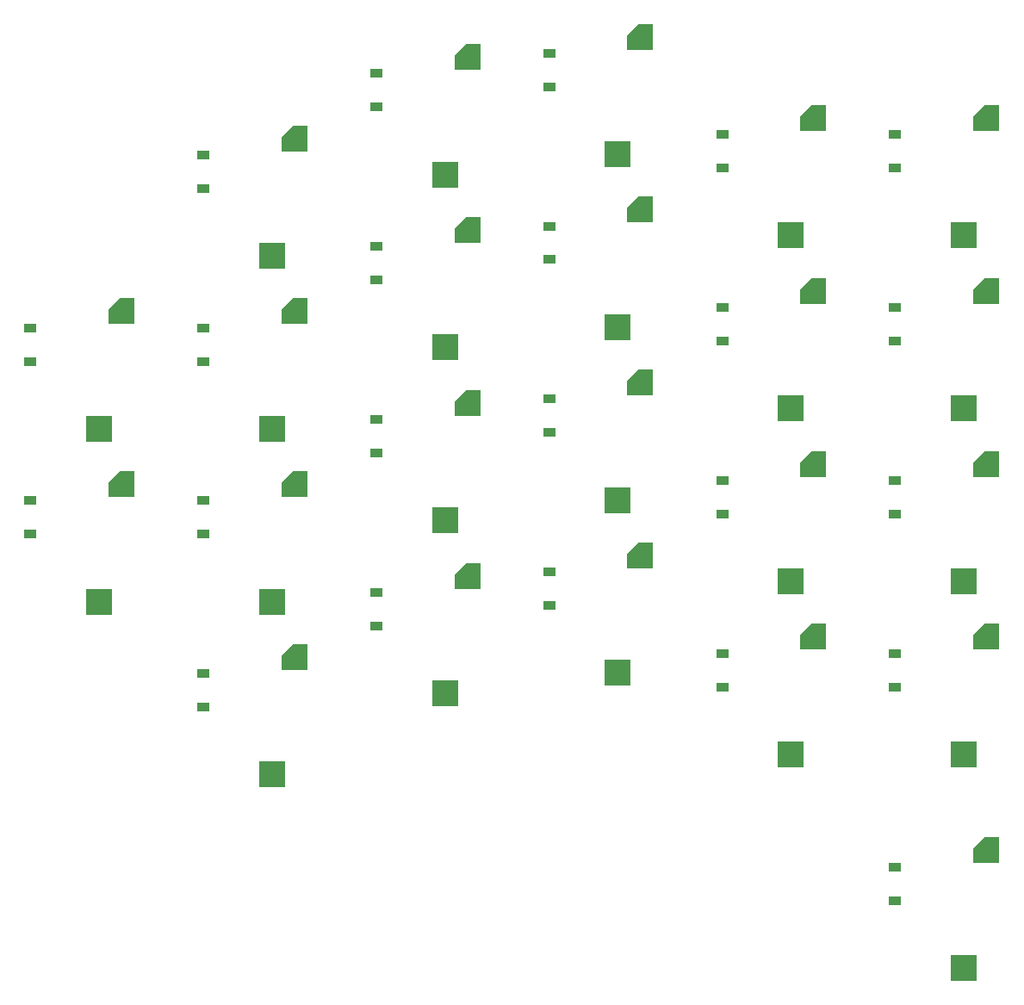
<source format=gbp>
%TF.GenerationSoftware,KiCad,Pcbnew,9.0.2*%
%TF.CreationDate,2025-05-25T15:47:58+02:00*%
%TF.ProjectId,kicad,6b696361-642e-46b6-9963-61645f706362,rev?*%
%TF.SameCoordinates,Original*%
%TF.FileFunction,Paste,Bot*%
%TF.FilePolarity,Positive*%
%FSLAX46Y46*%
G04 Gerber Fmt 4.6, Leading zero omitted, Abs format (unit mm)*
G04 Created by KiCad (PCBNEW 9.0.2) date 2025-05-25 15:47:58*
%MOMM*%
%LPD*%
G01*
G04 APERTURE LIST*
G04 Aperture macros list*
%AMOutline5P*
0 Free polygon, 5 corners , with rotation*
0 The origin of the aperture is its center*
0 number of corners: always 5*
0 $1 to $10 corner X, Y*
0 $11 Rotation angle, in degrees counterclockwise*
0 create outline with 5 corners*
4,1,5,$1,$2,$3,$4,$5,$6,$7,$8,$9,$10,$1,$2,$11*%
%AMOutline6P*
0 Free polygon, 6 corners , with rotation*
0 The origin of the aperture is its center*
0 number of corners: always 6*
0 $1 to $12 corner X, Y*
0 $13 Rotation angle, in degrees counterclockwise*
0 create outline with 6 corners*
4,1,6,$1,$2,$3,$4,$5,$6,$7,$8,$9,$10,$11,$12,$1,$2,$13*%
%AMOutline7P*
0 Free polygon, 7 corners , with rotation*
0 The origin of the aperture is its center*
0 number of corners: always 7*
0 $1 to $14 corner X, Y*
0 $15 Rotation angle, in degrees counterclockwise*
0 create outline with 7 corners*
4,1,7,$1,$2,$3,$4,$5,$6,$7,$8,$9,$10,$11,$12,$13,$14,$1,$2,$15*%
%AMOutline8P*
0 Free polygon, 8 corners , with rotation*
0 The origin of the aperture is its center*
0 number of corners: always 8*
0 $1 to $16 corner X, Y*
0 $17 Rotation angle, in degrees counterclockwise*
0 create outline with 8 corners*
4,1,8,$1,$2,$3,$4,$5,$6,$7,$8,$9,$10,$11,$12,$13,$14,$15,$16,$1,$2,$17*%
G04 Aperture macros list end*
%ADD10Outline5P,-1.300000X1.300000X1.300000X1.300000X1.300000X-1.300000X-0.117000X-1.300000X-1.300000X-0.117000X270.000000*%
%ADD11R,2.600000X2.600000*%
%ADD12R,1.200000X0.900000*%
G04 APERTURE END LIST*
D10*
%TO.C,S1*%
X26450000Y-64725000D03*
D11*
X24250000Y-76275000D03*
%TD*%
D10*
%TO.C,S2*%
X26450000Y-47725000D03*
D11*
X24250000Y-59275000D03*
%TD*%
D10*
%TO.C,S3*%
X43450000Y-81725000D03*
D11*
X41250000Y-93275000D03*
%TD*%
D10*
%TO.C,S4*%
X43450000Y-64725000D03*
D11*
X41250000Y-76275000D03*
%TD*%
D10*
%TO.C,S5*%
X43450000Y-47725000D03*
D11*
X41250000Y-59275000D03*
%TD*%
D10*
%TO.C,S6*%
X43450000Y-30725000D03*
D11*
X41250000Y-42275000D03*
%TD*%
D10*
%TO.C,S7*%
X60450000Y-73725000D03*
D11*
X58250000Y-85275000D03*
%TD*%
D10*
%TO.C,S8*%
X60450000Y-56725000D03*
D11*
X58250000Y-68275000D03*
%TD*%
D10*
%TO.C,S9*%
X60450000Y-39725000D03*
D11*
X58250000Y-51275000D03*
%TD*%
D10*
%TO.C,S10*%
X60450000Y-22725000D03*
D11*
X58250000Y-34275000D03*
%TD*%
D10*
%TO.C,S11*%
X77450000Y-71725000D03*
D11*
X75250000Y-83275000D03*
%TD*%
D10*
%TO.C,S12*%
X77450000Y-54725000D03*
D11*
X75250000Y-66275000D03*
%TD*%
D10*
%TO.C,S13*%
X77450000Y-37725000D03*
D11*
X75250000Y-49275000D03*
%TD*%
D10*
%TO.C,S14*%
X77450000Y-20725000D03*
D11*
X75250000Y-32275000D03*
%TD*%
D10*
%TO.C,S15*%
X94450000Y-79725000D03*
D11*
X92250000Y-91275000D03*
%TD*%
D10*
%TO.C,S16*%
X94450000Y-62725000D03*
D11*
X92250000Y-74275000D03*
%TD*%
D10*
%TO.C,S17*%
X94450000Y-45725000D03*
D11*
X92250000Y-57275000D03*
%TD*%
D10*
%TO.C,S18*%
X94450000Y-28725000D03*
D11*
X92250000Y-40275000D03*
%TD*%
D10*
%TO.C,S19*%
X111450000Y-79725000D03*
D11*
X109250000Y-91275000D03*
%TD*%
D10*
%TO.C,S20*%
X111450000Y-62725000D03*
D11*
X109250000Y-74275000D03*
%TD*%
D10*
%TO.C,S21*%
X111450000Y-45725000D03*
D11*
X109250000Y-57275000D03*
%TD*%
D10*
%TO.C,S22*%
X111450000Y-28725000D03*
D11*
X109250000Y-40275000D03*
%TD*%
D10*
%TO.C,S23*%
X111450000Y-100725000D03*
D11*
X109250000Y-112275000D03*
%TD*%
D12*
%TO.C,D1*%
X17500000Y-66350000D03*
X17500000Y-69650000D03*
%TD*%
%TO.C,D2*%
X17500000Y-49350000D03*
X17500000Y-52650000D03*
%TD*%
%TO.C,D3*%
X34500000Y-83350000D03*
X34500000Y-86650000D03*
%TD*%
%TO.C,D4*%
X34500000Y-66350000D03*
X34500000Y-69650000D03*
%TD*%
%TO.C,D5*%
X34500000Y-49350000D03*
X34500000Y-52650000D03*
%TD*%
%TO.C,D6*%
X34500000Y-32350000D03*
X34500000Y-35650000D03*
%TD*%
%TO.C,D7*%
X51500000Y-75350000D03*
X51500000Y-78650000D03*
%TD*%
%TO.C,D8*%
X51500000Y-58350000D03*
X51500000Y-61650000D03*
%TD*%
%TO.C,D9*%
X51500000Y-41350000D03*
X51500000Y-44650000D03*
%TD*%
%TO.C,D10*%
X51500000Y-24350000D03*
X51500000Y-27650000D03*
%TD*%
%TO.C,D11*%
X68500000Y-73350000D03*
X68500000Y-76650000D03*
%TD*%
%TO.C,D12*%
X68500000Y-56350000D03*
X68500000Y-59650000D03*
%TD*%
%TO.C,D13*%
X68500000Y-39350000D03*
X68500000Y-42650000D03*
%TD*%
%TO.C,D14*%
X68500000Y-22350000D03*
X68500000Y-25650000D03*
%TD*%
%TO.C,D15*%
X85500000Y-81350000D03*
X85500000Y-84650000D03*
%TD*%
%TO.C,D16*%
X85500000Y-64350000D03*
X85500000Y-67650000D03*
%TD*%
%TO.C,D17*%
X85500000Y-47350000D03*
X85500000Y-50650000D03*
%TD*%
%TO.C,D18*%
X85500000Y-30350000D03*
X85500000Y-33650000D03*
%TD*%
%TO.C,D19*%
X102500000Y-81350000D03*
X102500000Y-84650000D03*
%TD*%
%TO.C,D20*%
X102500000Y-64350000D03*
X102500000Y-67650000D03*
%TD*%
%TO.C,D21*%
X102500000Y-47350000D03*
X102500000Y-50650000D03*
%TD*%
%TO.C,D22*%
X102500000Y-30350000D03*
X102500000Y-33650000D03*
%TD*%
%TO.C,D23*%
X102500000Y-102350000D03*
X102500000Y-105650000D03*
%TD*%
M02*

</source>
